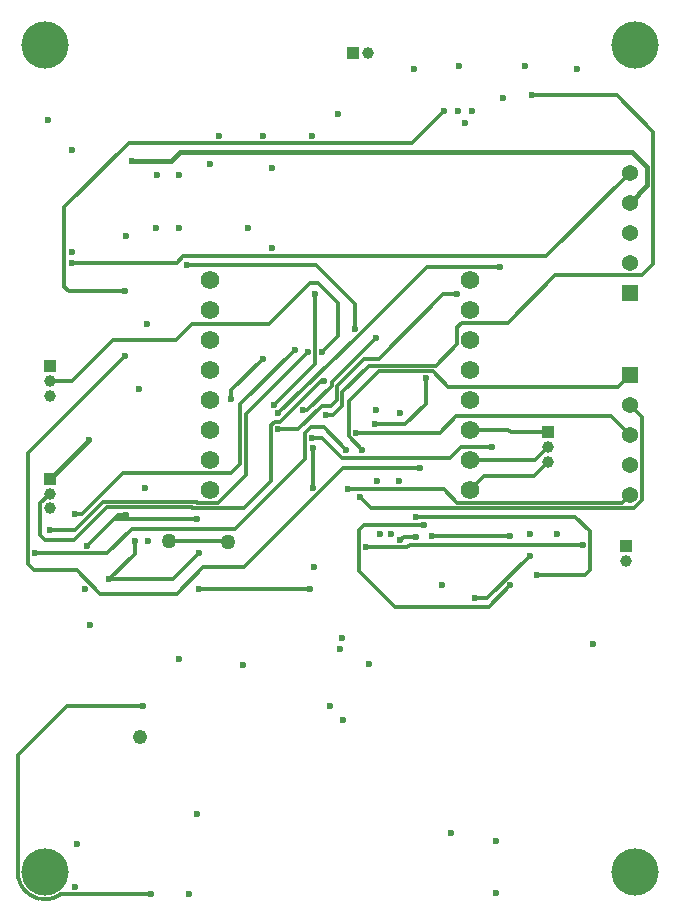
<source format=gbl>
G04*
G04 #@! TF.GenerationSoftware,Altium Limited,Altium Designer,25.0.2 (28)*
G04*
G04 Layer_Physical_Order=4*
G04 Layer_Color=16711680*
%FSLAX44Y44*%
%MOMM*%
G71*
G04*
G04 #@! TF.SameCoordinates,2A483E41-FD86-4516-B0ED-3C6593A289C4*
G04*
G04*
G04 #@! TF.FilePolarity,Positive*
G04*
G01*
G75*
%ADD29C,1.0000*%
%ADD71C,1.5748*%
%ADD76C,0.3000*%
%ADD77C,0.4000*%
%ADD78R,1.0000X1.0000*%
%ADD79R,1.0000X1.0000*%
%ADD80C,1.2100*%
%ADD81C,0.6000*%
%ADD82C,1.3700*%
%ADD83C,4.0000*%
%ADD84R,1.3700X1.3700*%
%ADD85C,1.2700*%
D29*
X298450Y718820D02*
D03*
X450850Y372310D02*
D03*
Y384810D02*
D03*
X29210Y428190D02*
D03*
Y332940D02*
D03*
X516890Y288290D02*
D03*
X29210Y345440D02*
D03*
Y440690D02*
D03*
D71*
X385200Y450470D02*
D03*
X164800Y501270D02*
D03*
Y348870D02*
D03*
Y374270D02*
D03*
Y399670D02*
D03*
Y425070D02*
D03*
Y450470D02*
D03*
Y475870D02*
D03*
Y526670D02*
D03*
X385200Y348870D02*
D03*
Y374270D02*
D03*
Y399670D02*
D03*
Y425070D02*
D03*
Y475870D02*
D03*
Y501270D02*
D03*
Y526670D02*
D03*
D76*
X2067Y27170D02*
Y27171D01*
X2067Y27041D02*
G03*
X38143Y6096I22933J-2041D01*
G01*
X530225Y530606D02*
X539694Y540075D01*
X509016Y682752D02*
X539694Y652074D01*
Y540075D02*
Y652074D01*
X335776Y642416D02*
X362650Y669290D01*
X41402Y588010D02*
X95808Y642416D01*
X335776D01*
X180058Y305082D02*
X180340Y304800D01*
X129830Y305364D02*
X130112Y305082D01*
X180058D01*
X98537Y315707D02*
X186239D01*
X77724Y294894D02*
X98537Y315707D01*
X186239D02*
X245182Y374650D01*
X79250Y272860D02*
X133670D01*
X155702Y294892D01*
X60450Y301244D02*
X83056Y323850D01*
X86839Y327680D02*
X93218D01*
X145260Y538988D02*
X254508D01*
X2067Y27171D02*
Y123987D01*
X43716Y165636D02*
X108430D01*
X2067Y123987D02*
X43716Y165636D01*
X2067Y27041D02*
Y27170D01*
X38143Y6096D02*
X114554D01*
X83056Y323850D02*
X153670D01*
X282057Y394345D02*
X293624Y382778D01*
X282057Y394345D02*
Y423789D01*
X307522Y449254D01*
X353242D01*
X366379Y436118D01*
X510348D01*
X520000Y445770D01*
X281700Y349250D02*
X362864D01*
X374142Y337972D01*
X513802D01*
X520000Y344170D01*
X182880Y433280D02*
X209340Y459740D01*
X182880Y425450D02*
Y433280D01*
X347218Y421386D02*
Y443230D01*
X329946Y404114D02*
X347218Y421386D01*
X304800Y404114D02*
X329946D01*
X219329Y420910D02*
X253420Y455001D01*
Y514676D01*
X267644Y439969D02*
X305308Y477632D01*
X267644Y436935D02*
Y439969D01*
X246619Y415910D02*
X267644Y436935D01*
X243586Y415910D02*
X246619D01*
X44958Y517144D02*
X92960D01*
X41402Y520700D02*
X44958Y517144D01*
X41402Y520700D02*
Y588010D01*
X10414Y379480D02*
X92960Y462026D01*
X10414Y285750D02*
Y379480D01*
Y285750D02*
X15748Y280416D01*
X51816D01*
X71374Y260858D01*
X136906D01*
X159004Y282956D01*
X193294D01*
X277622Y367284D01*
X342900D01*
X361950Y514096D02*
X374142D01*
X307594Y459740D02*
X361950Y514096D01*
X295148Y459740D02*
X307594D01*
X272169Y436761D02*
X295148Y459740D01*
X272169Y424434D02*
Y436761D01*
X267345Y419610D02*
X272169Y424434D01*
X259290Y419610D02*
X267345D01*
X239593Y399913D02*
X259290Y419610D01*
X222504Y399913D02*
X239593D01*
X437650Y682752D02*
X509016D01*
X457200Y530606D02*
X530225D01*
X416814Y490220D02*
X457200Y530606D01*
X377825Y490220D02*
X416814D01*
X374142Y486537D02*
X377825Y490220D01*
X374142Y471932D02*
Y486537D01*
X355989Y453779D02*
X374142Y471932D01*
X299074Y453779D02*
X355989D01*
X276693Y431397D02*
X299074Y453779D01*
X276693Y419648D02*
Y431397D01*
X269305Y412260D02*
X276693Y419648D01*
X262955Y412260D02*
X269305D01*
X376936Y385318D02*
X403860D01*
X367538Y375920D02*
X376936Y385318D01*
X276709Y375920D02*
X367538D01*
X259894Y392735D02*
X276709Y375920D01*
X251206Y392735D02*
X259894D01*
X348880Y537568D02*
X410568D01*
X288748Y477436D02*
X348880Y537568D01*
X222041Y413811D02*
X288748Y477436D01*
X50546Y328620D02*
X56078D01*
X90678Y363220D01*
X182810D01*
X190500Y370910D01*
Y421185D01*
X236413Y467098D01*
X29210Y314706D02*
X50292D01*
X73914Y338328D01*
X153568D01*
X153924Y337972D01*
X171450D01*
X195024Y361546D01*
Y413210D01*
X247396Y465582D01*
X441325Y276860D02*
X482600D01*
X486410Y280670D01*
Y313436D01*
X473782Y326064D02*
X486410Y313436D01*
X338836Y326064D02*
X473782D01*
X287528Y484886D02*
Y505968D01*
X254508Y538988D02*
X287528Y505968D01*
X258445Y441071D02*
X261620D01*
X223774Y406400D02*
X258445Y441071D01*
X219583Y406400D02*
X223774D01*
X216408Y403225D02*
X219583Y406400D01*
X216408Y356181D02*
Y403225D01*
X193675Y333448D02*
X216408Y356181D01*
X149686Y333448D02*
X193675D01*
X149377Y333756D02*
X149686Y333448D01*
X77216Y333756D02*
X149377D01*
X49276Y305816D02*
X77216Y333756D01*
X25400Y305816D02*
X49276D01*
X21082Y310134D02*
X25400Y305816D01*
X21082Y310134D02*
Y337312D01*
X29210Y345440D01*
X385200Y374270D02*
X440310D01*
X450850Y384810D01*
X400812Y249682D02*
X419100Y267970D01*
X321056Y249682D02*
X400812D01*
X291084Y279654D02*
X321056Y249682D01*
X291084Y279654D02*
Y314325D01*
X295275Y318516D01*
X345948D01*
X325882Y306324D02*
X328676Y309118D01*
X338836D01*
X16510Y294894D02*
X77724D01*
X245182Y374650D02*
Y396875D01*
X249881Y401574D01*
X261079D01*
X279875Y382778D01*
X251714Y350310D02*
Y383794D01*
X333801Y302260D02*
X480314D01*
X331818Y300276D02*
X333801Y302260D01*
X297180Y300276D02*
X331818D01*
X353060Y309880D02*
X418338D01*
X449316Y546536D02*
X520000Y617220D01*
X142043Y546536D02*
X449316D01*
X136527Y541020D02*
X142043Y546536D01*
X47500Y541020D02*
X136527D01*
X259842Y465328D02*
X273050Y478536D01*
Y506984D01*
X256159Y523875D02*
X273050Y506984D01*
X249809Y523875D02*
X256159D01*
X214630Y488696D02*
X249809Y523875D01*
X149098Y488696D02*
X214630D01*
X135890Y475488D02*
X149098Y488696D01*
X82804Y475488D02*
X135890D01*
X48006Y440690D02*
X82804Y475488D01*
X29210Y440690D02*
X48006D01*
X60450Y301292D02*
X86839Y327680D01*
X155700Y264350D02*
X156270Y264920D01*
X249430D01*
X503998Y410972D02*
X520000Y394970D01*
X373126Y410972D02*
X503998D01*
X359156Y397002D02*
X373126Y410972D01*
X288478Y397002D02*
X359156D01*
X100917Y294527D02*
Y305562D01*
X79250Y272860D02*
X100917Y294527D01*
X520000Y420370D02*
X530098Y410272D01*
Y339725D02*
Y410272D01*
X523821Y333448D02*
X530098Y339725D01*
X300898Y333448D02*
X523821D01*
X291700Y342646D02*
X300898Y333448D01*
X388940Y256794D02*
X399288D01*
X435356Y292862D01*
X385200Y348870D02*
X396502Y360172D01*
X438712D01*
X450850Y372310D01*
X419174Y397310D02*
X450850D01*
X416814Y399670D02*
X419174Y397310D01*
X385200Y399670D02*
X416814D01*
D77*
X522000Y634970D02*
X534670Y622300D01*
Y606490D02*
Y622300D01*
X139327Y634970D02*
X522000D01*
X520000Y591820D02*
X534670Y606490D01*
X131483Y627126D02*
X139327Y634970D01*
X98298Y627126D02*
X131483D01*
X29210Y357940D02*
X61922Y390652D01*
D78*
X285950Y718820D02*
D03*
D79*
X450850Y397310D02*
D03*
X516890Y300790D02*
D03*
X29210Y357940D02*
D03*
Y453190D02*
D03*
D80*
X105430Y139710D02*
D03*
D81*
X380650Y659290D02*
D03*
X374650Y669290D02*
D03*
X362650D02*
D03*
X386650D02*
D03*
X192487Y200470D02*
D03*
X155702Y294892D02*
D03*
X93218Y327680D02*
D03*
X112621Y305565D02*
D03*
X93980Y563880D02*
D03*
X196850Y570230D02*
D03*
X165100Y624840D02*
D03*
X145260Y538988D02*
D03*
X217170Y553720D02*
D03*
Y621030D02*
D03*
X50800Y12700D02*
D03*
X52110Y49119D02*
D03*
X293624Y382778D02*
D03*
X281700Y349250D02*
D03*
X299445Y201168D02*
D03*
X209340Y459740D02*
D03*
X182880Y425450D02*
D03*
X347218Y443230D02*
D03*
X304800Y404114D02*
D03*
X219329Y420910D02*
D03*
X253420Y514676D02*
D03*
X305308Y477632D02*
D03*
X243586Y415910D02*
D03*
X92960Y517144D02*
D03*
Y462026D02*
D03*
X342900Y367284D02*
D03*
X374142Y514096D02*
D03*
X222504Y399913D02*
D03*
X437650Y682752D02*
D03*
X262955Y412260D02*
D03*
X403860Y385318D02*
D03*
X251206Y392735D02*
D03*
X410568Y537568D02*
D03*
X222041Y413811D02*
D03*
X50546Y328620D02*
D03*
X236413Y467098D02*
D03*
X29210Y314706D02*
D03*
X247396Y465582D02*
D03*
X441325Y276860D02*
D03*
X338836Y326064D02*
D03*
X287528Y484886D02*
D03*
X261620Y441071D02*
D03*
X60450Y301244D02*
D03*
X153670Y323850D02*
D03*
X419100Y267970D02*
D03*
X345948Y318516D02*
D03*
X325882Y306324D02*
D03*
X338836Y309118D02*
D03*
X16510Y294894D02*
D03*
X279875Y382778D02*
D03*
X251714Y350310D02*
D03*
Y383794D02*
D03*
X480314Y302260D02*
D03*
X297180Y300276D02*
D03*
X318010Y310960D02*
D03*
X353060Y309880D02*
D03*
X418338D02*
D03*
X360870Y268095D02*
D03*
X109446Y350075D02*
D03*
X47500Y541020D02*
D03*
X259842Y465328D02*
D03*
X60450Y301292D02*
D03*
X155700Y264350D02*
D03*
X249430Y264920D02*
D03*
X288478Y397002D02*
D03*
X100917Y305562D02*
D03*
X79250Y272860D02*
D03*
X308735Y310960D02*
D03*
X431500Y707170D02*
D03*
X325970Y414085D02*
D03*
X114554Y6096D02*
D03*
X108430Y165636D02*
D03*
X250825Y648440D02*
D03*
X291700Y342646D02*
D03*
X388940Y256794D02*
D03*
X435356Y292862D02*
D03*
X98298Y627126D02*
D03*
X61922Y390652D02*
D03*
X276140Y222860D02*
D03*
X274595Y213526D02*
D03*
X324870Y355790D02*
D03*
X111760Y488760D02*
D03*
X435420Y311660D02*
D03*
X458280Y311150D02*
D03*
X119380Y570040D02*
D03*
X119630Y614870D02*
D03*
X47500Y636080D02*
D03*
X27430Y661480D02*
D03*
X272860Y666750D02*
D03*
X413025Y680676D02*
D03*
X146810Y6160D02*
D03*
X153430Y73980D02*
D03*
X63430Y233980D02*
D03*
X59180Y264350D02*
D03*
X138430Y205440D02*
D03*
X265980Y165710D02*
D03*
X277620Y153480D02*
D03*
X368940Y58200D02*
D03*
X252540Y283720D02*
D03*
X407160Y7430D02*
D03*
Y50990D02*
D03*
X104331Y433830D02*
D03*
X306070Y355790D02*
D03*
X304930Y415910D02*
D03*
X488940Y218200D02*
D03*
X48260Y549720D02*
D03*
X138180Y570040D02*
D03*
X138430Y614870D02*
D03*
X172720Y648559D02*
D03*
X209550Y648440D02*
D03*
X375150Y707170D02*
D03*
X337350Y704630D02*
D03*
X475650D02*
D03*
D82*
X520000Y566420D02*
D03*
Y541020D02*
D03*
Y591820D02*
D03*
Y617220D02*
D03*
Y420370D02*
D03*
Y394970D02*
D03*
Y369570D02*
D03*
Y344170D02*
D03*
D83*
X25000Y725000D02*
D03*
Y25000D02*
D03*
X525000D02*
D03*
X525000Y725000D02*
D03*
D84*
X520000Y515620D02*
D03*
Y445770D02*
D03*
D85*
X180340Y304800D02*
D03*
X129830Y305364D02*
D03*
M02*

</source>
